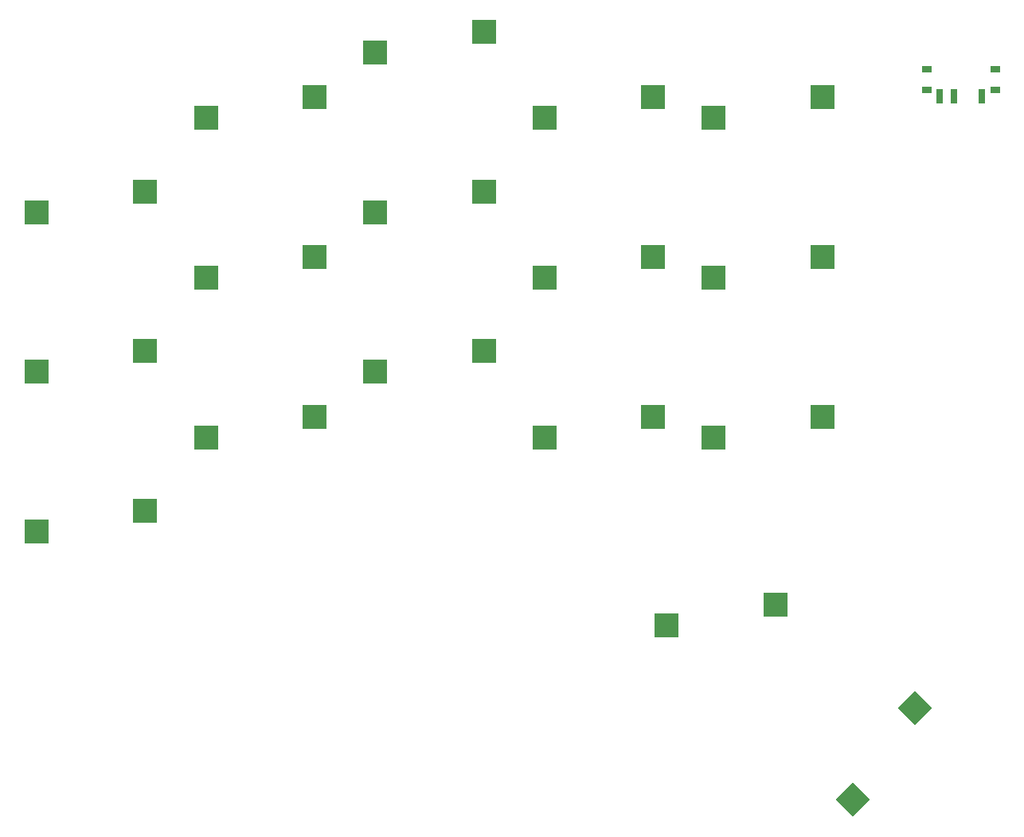
<source format=gbr>
%TF.GenerationSoftware,KiCad,Pcbnew,6.0.4*%
%TF.CreationDate,2022-04-03T20:08:53+02:00*%
%TF.ProjectId,lbd,6c62642e-6b69-4636-9164-5f7063625858,v1.0.0*%
%TF.SameCoordinates,Original*%
%TF.FileFunction,Paste,Top*%
%TF.FilePolarity,Positive*%
%FSLAX46Y46*%
G04 Gerber Fmt 4.6, Leading zero omitted, Abs format (unit mm)*
G04 Created by KiCad (PCBNEW 6.0.4) date 2022-04-03 20:08:53*
%MOMM*%
%LPD*%
G01*
G04 APERTURE LIST*
G04 Aperture macros list*
%AMRotRect*
0 Rectangle, with rotation*
0 The origin of the aperture is its center*
0 $1 length*
0 $2 width*
0 $3 Rotation angle, in degrees counterclockwise*
0 Add horizontal line*
21,1,$1,$2,0,0,$3*%
G04 Aperture macros list end*
%ADD10R,2.600000X2.600000*%
%ADD11RotRect,2.600000X2.600000X45.000000*%
%ADD12R,1.000000X0.800000*%
%ADD13R,0.700000X1.500000*%
G04 APERTURE END LIST*
D10*
%TO.C,S13*%
X141125000Y-88900000D03*
X129575000Y-91100000D03*
%TD*%
%TO.C,S31*%
X172125000Y-115900000D03*
X160575000Y-118100000D03*
%TD*%
%TO.C,S17*%
X141125000Y-54900000D03*
X129575000Y-57100000D03*
%TD*%
D11*
%TO.C,S33*%
X186982901Y-126914808D03*
X180371453Y-136637526D03*
%TD*%
D10*
%TO.C,S3*%
X105125000Y-88900000D03*
X93575000Y-91100000D03*
%TD*%
%TO.C,S1*%
X105125000Y-105900000D03*
X93575000Y-108100000D03*
%TD*%
%TO.C,S21*%
X159125000Y-78900000D03*
X147575000Y-81100000D03*
%TD*%
%TO.C,S19*%
X159125000Y-95900000D03*
X147575000Y-98100000D03*
%TD*%
%TO.C,S29*%
X177125000Y-61900000D03*
X165575000Y-64100000D03*
%TD*%
%TO.C,S23*%
X159125000Y-61900000D03*
X147575000Y-64100000D03*
%TD*%
%TO.C,S9*%
X123125000Y-78900000D03*
X111575000Y-81100000D03*
%TD*%
%TO.C,S11*%
X123125000Y-61900000D03*
X111575000Y-64100000D03*
%TD*%
D12*
%TO.C,*%
X188200000Y-61130000D03*
X195500000Y-61130000D03*
X188200000Y-58920000D03*
X195500000Y-58920000D03*
D13*
X194100000Y-61780000D03*
X191100000Y-61780000D03*
X189600000Y-61780000D03*
%TD*%
D10*
%TO.C,S27*%
X177125000Y-78900000D03*
X165575000Y-81100000D03*
%TD*%
%TO.C,S5*%
X105125000Y-71900000D03*
X93575000Y-74100000D03*
%TD*%
%TO.C,S7*%
X123125000Y-95900000D03*
X111575000Y-98100000D03*
%TD*%
%TO.C,S25*%
X177125000Y-95900000D03*
X165575000Y-98100000D03*
%TD*%
%TO.C,S15*%
X141125000Y-71900000D03*
X129575000Y-74100000D03*
%TD*%
M02*

</source>
